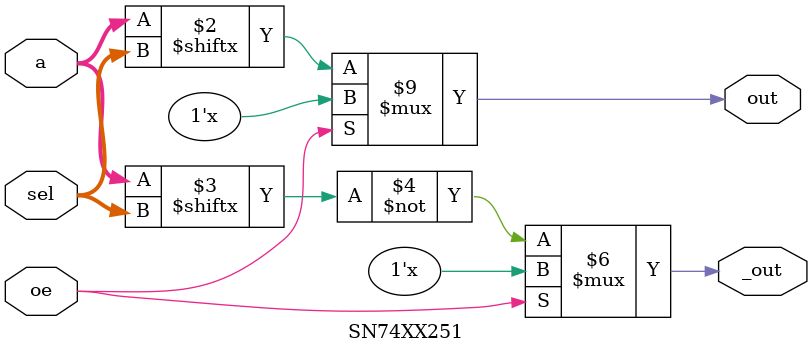
<source format=v>

module SN74XX157(out, a, b, sel, str);
  output reg [3:0] out;
  input [3:0] a;
  input [3:0] b;
  input sel, str;
  always @(a or b or sel or str)
  begin
    out <= str ? 4'b0000 : sel ? b : a;
  end
endmodule

module SN74XX158(out, a, b, sel, str);
  output reg [3:0] out;
  input [3:0] a;
  input [3:0] b;
  input sel, str;
  always @(a or b or sel or str)
  begin
    out <= ~(str ? 4'b0000 : sel ? b : a);
  end
endmodule

module SN74XX257(out, a, b, sel, oe);
  output reg [3:0] out;
  input [3:0] a;
  input [3:0] b;
  input sel, oe;
  always @(a or b or sel or oe)
  begin
    out <= oe ? 4'bzzzz : sel ? b : a;
  end
endmodule

module SN74XX258(out, a, b, sel, oe);
  output reg [3:0] out;
  input [3:0] a;
  input [3:0] b;
  input sel, oe;
  always @(a or b or sel or oe)
  begin
    out <= oe ? 4'bzzzz : ~(sel ? b : a);
  end
endmodule

module SN74XX153(out, a, b, c, d, sel, str);
  output reg [1:0] out;
  input [1:0] a, b, c, d, sel;
  input str;
  always @(a, b, c, d, sel, str)
  begin
    if (str)
      out <= 2'b00;
    else
      case (sel)
        2'b00 : out <= a;
        2'b01 : out <= b;
        2'b10 : out <= c;
        2'b11 : out <= d;
      endcase
  end
endmodule

module SN74XX253(out, a, b, c, d, sel, oe);
  output reg [1:0] out;
  input [1:0] a, b, c, d, sel;
  input oe;
  always @(a, b, c, d, sel, oe)
  begin
    if (oe)
      out <= 2'bzz;
    else
      case (sel)
        2'b00 : out <= a;
        2'b01 : out <= b;
        2'b10 : out <= c;
        2'b11 : out <= d;
      endcase
  end
endmodule

module SN74XX151(out, _out, a, sel, str);
  output reg out, _out;
  input [7:0] a;
  input [2:0] sel;
  input str;
  always @(a, sel, str)
  begin
    if(str) begin
      out <= 0;
      _out <= 1;
    end
    else begin
      out <= a[sel];
      _out <= ~a[sel];
    end
  end
endmodule

module SN74XX251(out, _out, a, sel, oe);
  output reg out, _out;
  input [7:0] a;
  input [2:0] sel;
  input oe;
  always @(a, sel, oe)
  begin
    if(oe) begin
      out <= 1'bz;
      _out <= 1'bz;
    end
    else begin
      out <= a[sel];
      _out <= ~a[sel];
    end
  end
endmodule


</source>
